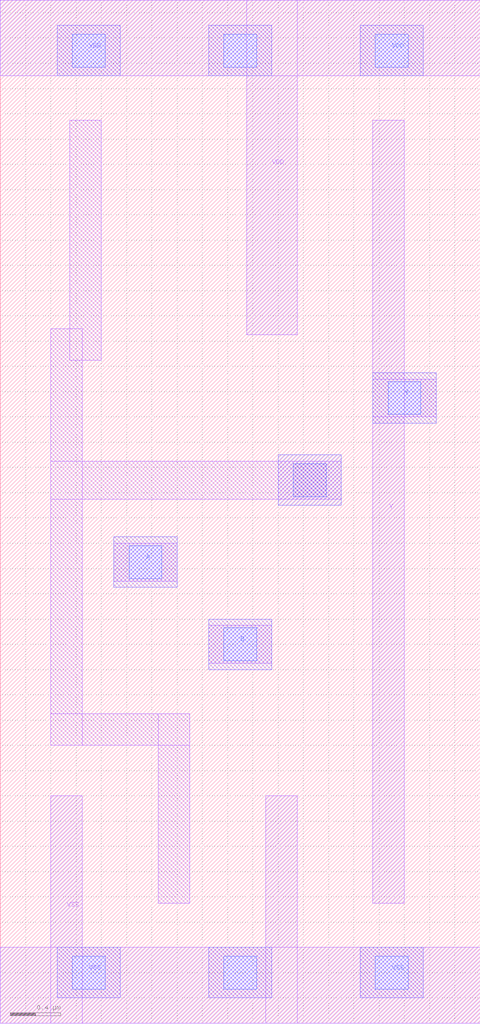
<source format=lef>
# Copyright 2022 Google LLC
# Licensed under the Apache License, Version 2.0 (the "License");
# you may not use this file except in compliance with the License.
# You may obtain a copy of the License at
#
#      http://www.apache.org/licenses/LICENSE-2.0
#
# Unless required by applicable law or agreed to in writing, software
# distributed under the License is distributed on an "AS IS" BASIS,
# WITHOUT WARRANTIES OR CONDITIONS OF ANY KIND, either express or implied.
# See the License for the specific language governing permissions and
# limitations under the License.
VERSION 5.7 ;
BUSBITCHARS "[]" ;
DIVIDERCHAR "/" ;

MACRO gf180mcu_osu_sc_12T_or2_1
  CLASS CORE ;
  ORIGIN 0 0 ;
  FOREIGN gf180mcu_osu_sc_12T_or2_1 0 0 ;
  SIZE 3.8 BY 8.1 ;
  SYMMETRY X Y ;
  SITE GF018hv5v_mcu_sc7 ;
  PIN A
    DIRECTION INPUT ;
    USE SIGNAL ;
    PORT
      LAYER MET1 ;
        RECT 0.9 3.5 1.4 3.8 ;
      LAYER MET2 ;
        RECT 0.9 3.45 1.4 3.85 ;
      LAYER VIA12 ;
        RECT 1.02 3.52 1.28 3.78 ;
    END
  END A
  PIN B
    DIRECTION INPUT ;
    USE SIGNAL ;
    PORT
      LAYER MET1 ;
        RECT 1.65 2.85 2.15 3.15 ;
      LAYER MET2 ;
        RECT 1.65 2.8 2.15 3.2 ;
      LAYER VIA12 ;
        RECT 1.77 2.87 2.03 3.13 ;
    END
  END B
  PIN VDD
    DIRECTION INOUT ;
    USE POWER ;
    SHAPE ABUTMENT ;
    PORT
      LAYER MET1 ;
        RECT 0 7.5 3.8 8.1 ;
        RECT 1.95 5.45 2.35 8.1 ;
      LAYER MET2 ;
        RECT 2.85 7.5 3.35 7.9 ;
        RECT 1.65 7.5 2.15 7.9 ;
        RECT 0.45 7.5 0.95 7.9 ;
      LAYER VIA12 ;
        RECT 0.57 7.57 0.83 7.83 ;
        RECT 1.77 7.57 2.03 7.83 ;
        RECT 2.97 7.57 3.23 7.83 ;
    END
  END VDD
  PIN VSS
    DIRECTION INOUT ;
    USE GROUND ;
    PORT
      LAYER MET1 ;
        RECT 0 0 3.8 0.6 ;
        RECT 2.1 0 2.35 1.8 ;
        RECT 0.4 0 0.65 1.8 ;
      LAYER MET2 ;
        RECT 2.85 0.2 3.35 0.6 ;
        RECT 1.65 0.2 2.15 0.6 ;
        RECT 0.45 0.2 0.95 0.6 ;
      LAYER VIA12 ;
        RECT 0.57 0.27 0.83 0.53 ;
        RECT 1.77 0.27 2.03 0.53 ;
        RECT 2.97 0.27 3.23 0.53 ;
    END
  END VSS
  PIN Y
    DIRECTION OUTPUT ;
    USE SIGNAL ;
    PORT
      LAYER MET1 ;
        RECT 2.95 4.8 3.45 5.1 ;
        RECT 2.95 0.95 3.2 7.15 ;
      LAYER MET2 ;
        RECT 2.95 4.75 3.45 5.15 ;
      LAYER VIA12 ;
        RECT 3.07 4.82 3.33 5.08 ;
    END
  END Y
  OBS
    LAYER MET2 ;
      RECT 2.2 4.1 2.7 4.5 ;
    LAYER VIA12 ;
      RECT 2.32 4.17 2.58 4.43 ;
    LAYER MET1 ;
      RECT 0.55 5.25 0.8 7.15 ;
      RECT 0.4 2.2 0.65 5.5 ;
      RECT 0.4 4.15 2.7 4.45 ;
      RECT 0.4 2.2 1.5 2.45 ;
      RECT 1.25 0.95 1.5 2.45 ;
  END
END gf180mcu_osu_sc_12T_or2_1

</source>
